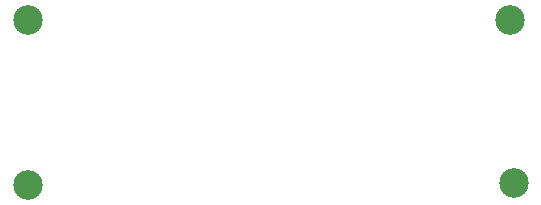
<source format=gbr>
%TF.GenerationSoftware,KiCad,Pcbnew,7.0.9+1*%
%TF.CreationDate,2023-12-11T14:48:35+01:00*%
%TF.ProjectId,IR-sensor,49522d73-656e-4736-9f72-2e6b69636164,rev?*%
%TF.SameCoordinates,Original*%
%TF.FileFunction,Soldermask,Bot*%
%TF.FilePolarity,Negative*%
%FSLAX46Y46*%
G04 Gerber Fmt 4.6, Leading zero omitted, Abs format (unit mm)*
G04 Created by KiCad (PCBNEW 7.0.9+1) date 2023-12-11 14:48:35*
%MOMM*%
%LPD*%
G01*
G04 APERTURE LIST*
%ADD10C,2.500000*%
G04 APERTURE END LIST*
D10*
%TO.C,H4*%
X53000000Y-67000000D03*
%TD*%
%TO.C,H3*%
X53000000Y-53000000D03*
%TD*%
%TO.C,H2*%
X94175000Y-66775000D03*
%TD*%
%TO.C,H1*%
X93875000Y-52975000D03*
%TD*%
M02*

</source>
